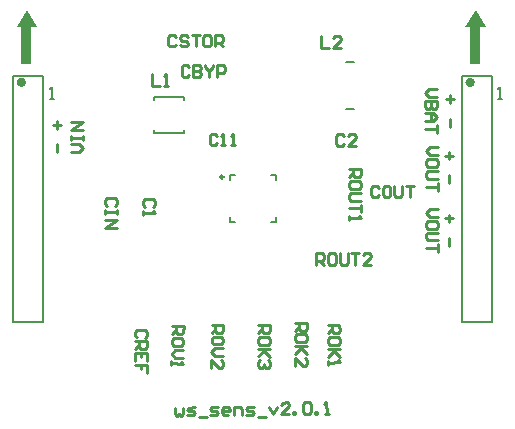
<source format=gto>
G04 Layer_Color=15132400*
%FSAX44Y44*%
%MOMM*%
G71*
G01*
G75*
%ADD24C,0.2540*%
%ADD30C,0.3810*%
%ADD31C,0.2500*%
%ADD32C,0.2000*%
G36*
X00581640Y00844670D02*
X00576940Y00844670D01*
Y00813470D01*
X00568640D01*
Y00844670D01*
X00564440D01*
X00573615Y00859045D01*
X00581640Y00844670D01*
D02*
G37*
G36*
X00961740D02*
X00957040Y00844670D01*
Y00813470D01*
X00948740D01*
Y00844670D01*
X00944540D01*
X00953715Y00859045D01*
X00961740Y00844670D01*
D02*
G37*
D24*
X00679196Y00805271D02*
Y00795274D01*
X00685861D01*
X00689193D02*
X00692525D01*
X00690859D01*
Y00805271D01*
X00689193Y00803605D01*
X00673034Y00582059D02*
X00674709Y00583716D01*
X00674727Y00587048D01*
X00673071Y00588724D01*
X00666406Y00588761D01*
X00664731Y00587104D01*
X00664712Y00583772D01*
X00666369Y00582096D01*
X00664685Y00578773D02*
X00674681Y00578718D01*
X00674653Y00573720D01*
X00672978Y00572063D01*
X00669646Y00572081D01*
X00667989Y00573757D01*
X00668017Y00578755D01*
X00667998Y00575423D02*
X00664648Y00572109D01*
X00674589Y00562057D02*
X00674626Y00568721D01*
X00664629Y00568777D01*
X00664592Y00562112D01*
X00669627Y00568749D02*
X00669609Y00565417D01*
X00674533Y00552060D02*
X00674570Y00558725D01*
X00669572Y00558752D01*
X00669553Y00555420D01*
X00669572Y00558752D01*
X00664574Y00558780D01*
X00699405Y00836801D02*
X00697738Y00838467D01*
X00694406D01*
X00692740Y00836801D01*
Y00830136D01*
X00694406Y00828470D01*
X00697738D01*
X00699405Y00830136D01*
X00709401Y00836801D02*
X00707735Y00838467D01*
X00704403D01*
X00702737Y00836801D01*
Y00835135D01*
X00704403Y00833468D01*
X00707735D01*
X00709401Y00831802D01*
Y00830136D01*
X00707735Y00828470D01*
X00704403D01*
X00702737Y00830136D01*
X00712734Y00838467D02*
X00719398D01*
X00716066D01*
Y00828470D01*
X00727729Y00838467D02*
X00724397D01*
X00722730Y00836801D01*
Y00830136D01*
X00724397Y00828470D01*
X00727729D01*
X00729395Y00830136D01*
Y00836801D01*
X00727729Y00838467D01*
X00732727Y00828470D02*
Y00838467D01*
X00737726D01*
X00739392Y00836801D01*
Y00833468D01*
X00737726Y00831802D01*
X00732727D01*
X00736059D02*
X00739392Y00828470D01*
X00710805Y00811201D02*
X00709138Y00812867D01*
X00705806D01*
X00704140Y00811201D01*
Y00804536D01*
X00705806Y00802870D01*
X00709138D01*
X00710805Y00804536D01*
X00714137Y00812867D02*
Y00802870D01*
X00719135D01*
X00720801Y00804536D01*
Y00806202D01*
X00719135Y00807868D01*
X00714137D01*
X00719135D01*
X00720801Y00809535D01*
Y00811201D01*
X00719135Y00812867D01*
X00714137D01*
X00724134D02*
Y00811201D01*
X00727466Y00807868D01*
X00730798Y00811201D01*
Y00812867D01*
X00727466Y00807868D02*
Y00802870D01*
X00734130D02*
Y00812867D01*
X00739129D01*
X00740795Y00811201D01*
Y00807868D01*
X00739129Y00806202D01*
X00734130D01*
X00647662Y00693321D02*
X00649305Y00695010D01*
X00649259Y00698342D01*
X00647570Y00699985D01*
X00640906Y00699893D01*
X00639263Y00698204D01*
X00639309Y00694872D01*
X00640998Y00693229D01*
X00649373Y00690012D02*
X00649419Y00686680D01*
X00649396Y00688346D01*
X00639400Y00688208D01*
X00639378Y00689874D01*
X00639423Y00686542D01*
X00639492Y00681544D02*
X00649488Y00681682D01*
X00639584Y00674880D01*
X00649580Y00675018D01*
X00680132Y00692557D02*
X00681807Y00694213D01*
X00681827Y00697545D01*
X00680171Y00699221D01*
X00673506Y00699260D01*
X00671830Y00697604D01*
X00671811Y00694272D01*
X00673467Y00692596D01*
X00671782Y00689273D02*
X00671762Y00685941D01*
X00671772Y00687607D01*
X00681768Y00687549D01*
X00680112Y00689225D01*
X00871070Y00709084D02*
X00869404Y00710750D01*
X00866072D01*
X00864406Y00709084D01*
Y00702420D01*
X00866072Y00700754D01*
X00869404D01*
X00871070Y00702420D01*
X00879401Y00710750D02*
X00876069D01*
X00874403Y00709084D01*
Y00702420D01*
X00876069Y00700754D01*
X00879401D01*
X00881067Y00702420D01*
Y00709084D01*
X00879401Y00710750D01*
X00884399D02*
Y00702420D01*
X00886066Y00700754D01*
X00889398D01*
X00891064Y00702420D01*
Y00710750D01*
X00894396D02*
X00901061D01*
X00897729D01*
Y00700754D01*
X00734504Y00753101D02*
X00732838Y00754767D01*
X00729506D01*
X00727840Y00753101D01*
Y00746436D01*
X00729506Y00744770D01*
X00732838D01*
X00734504Y00746436D01*
X00737837Y00744770D02*
X00741169D01*
X00739503D01*
Y00754767D01*
X00737837Y00753101D01*
X00746167Y00744770D02*
X00749500D01*
X00747834D01*
Y00754767D01*
X00746167Y00753101D01*
X00841505Y00752701D02*
X00839838Y00754367D01*
X00836506D01*
X00834840Y00752701D01*
Y00746036D01*
X00836506Y00744370D01*
X00839838D01*
X00841505Y00746036D01*
X00851501Y00744370D02*
X00844837D01*
X00851501Y00751034D01*
Y00752701D01*
X00849835Y00754367D01*
X00846503D01*
X00844837Y00752701D01*
X00822452Y00837021D02*
Y00827024D01*
X00829117D01*
X00839113D02*
X00832449D01*
X00839113Y00833689D01*
Y00835355D01*
X00837447Y00837021D01*
X00834115D01*
X00832449Y00835355D01*
X00827840Y00592470D02*
X00837836Y00592626D01*
X00837914Y00587628D01*
X00836274Y00585936D01*
X00832942Y00585884D01*
X00831250Y00587524D01*
X00831172Y00592522D01*
X00831224Y00589190D02*
X00827944Y00585806D01*
X00838070Y00577633D02*
X00838018Y00580965D01*
X00836326Y00582605D01*
X00829662Y00582500D01*
X00828022Y00580808D01*
X00828074Y00577477D01*
X00829766Y00575837D01*
X00836430Y00575941D01*
X00838070Y00577633D01*
X00838148Y00572635D02*
X00828152Y00572479D01*
X00831484Y00572531D01*
X00838252Y00565971D01*
X00833176Y00570891D01*
X00828256Y00565815D01*
X00828308Y00562483D02*
X00828361Y00559151D01*
X00828335Y00560817D01*
X00838330Y00560974D01*
X00836638Y00562613D01*
X00800240Y00594670D02*
X00810237Y00594658D01*
X00810231Y00589660D01*
X00808563Y00587995D01*
X00805230Y00587999D01*
X00803566Y00589668D01*
X00803572Y00594666D01*
X00803568Y00591334D02*
X00800232Y00588005D01*
X00810219Y00579663D02*
X00810223Y00582995D01*
X00808559Y00584663D01*
X00801894Y00584671D01*
X00800226Y00583007D01*
X00800222Y00579675D01*
X00801886Y00578007D01*
X00808551Y00577999D01*
X00810219Y00579663D01*
X00810213Y00574664D02*
X00800216Y00574677D01*
X00803548Y00574673D01*
X00810205Y00568000D01*
X00805212Y00573004D01*
X00800208Y00568012D01*
X00800196Y00558015D02*
X00800204Y00564680D01*
X00806860Y00558007D01*
X00808527Y00558005D01*
X00810195Y00559669D01*
X00810199Y00563002D01*
X00808534Y00564670D01*
X00769140Y00592670D02*
X00779137Y00592652D01*
X00779128Y00587654D01*
X00777459Y00585990D01*
X00774126Y00585997D01*
X00772463Y00587666D01*
X00772472Y00592664D01*
X00772466Y00589332D02*
X00769128Y00586006D01*
X00779110Y00577657D02*
X00779116Y00580989D01*
X00777453Y00582658D01*
X00770788Y00582670D01*
X00769119Y00581007D01*
X00769113Y00577675D01*
X00770776Y00576006D01*
X00777441Y00575994D01*
X00779110Y00577657D01*
X00779101Y00572659D02*
X00769104Y00572677D01*
X00772436Y00572671D01*
X00779089Y00565994D01*
X00774099Y00571001D01*
X00769092Y00566012D01*
X00777417Y00562665D02*
X00779080Y00560996D01*
X00779074Y00557663D01*
X00777405Y00556000D01*
X00775739Y00556003D01*
X00774075Y00557672D01*
X00774079Y00559338D01*
X00774075Y00557672D01*
X00772406Y00556009D01*
X00770740Y00556012D01*
X00769077Y00557681D01*
X00769083Y00561014D01*
X00770752Y00562677D01*
X00846240Y00724670D02*
X00856237Y00724654D01*
X00856229Y00719656D01*
X00854560Y00717992D01*
X00851228Y00717998D01*
X00849564Y00719666D01*
X00849572Y00724665D01*
X00849567Y00721332D02*
X00846230Y00718006D01*
X00856213Y00709659D02*
X00856219Y00712991D01*
X00854555Y00714660D01*
X00847890Y00714671D01*
X00846222Y00713007D01*
X00846217Y00709675D01*
X00847880Y00708006D01*
X00854545Y00707996D01*
X00856213Y00709659D01*
X00856206Y00704661D02*
X00847875Y00704674D01*
X00846206Y00703010D01*
X00846201Y00699678D01*
X00847865Y00698009D01*
X00856195Y00697996D01*
X00856190Y00694664D02*
X00856180Y00688000D01*
X00856185Y00691332D01*
X00846188Y00691348D01*
X00846178Y00684683D02*
X00846172Y00681351D01*
X00846175Y00683017D01*
X00856172Y00683001D01*
X00854508Y00684670D01*
X00818040Y00643470D02*
Y00653467D01*
X00823038D01*
X00824705Y00651801D01*
Y00648468D01*
X00823038Y00646802D01*
X00818040D01*
X00821372D02*
X00824705Y00643470D01*
X00833035Y00653467D02*
X00829703D01*
X00828037Y00651801D01*
Y00645136D01*
X00829703Y00643470D01*
X00833035D01*
X00834701Y00645136D01*
Y00651801D01*
X00833035Y00653467D01*
X00838034D02*
Y00645136D01*
X00839700Y00643470D01*
X00843032D01*
X00844698Y00645136D01*
Y00653467D01*
X00848030D02*
X00854695D01*
X00851363D01*
Y00643470D01*
X00864692D02*
X00858027D01*
X00864692Y00650135D01*
Y00651801D01*
X00863026Y00653467D01*
X00859693D01*
X00858027Y00651801D01*
X00695840Y00591770D02*
X00705836Y00591692D01*
X00705797Y00586694D01*
X00704118Y00585041D01*
X00700786Y00585067D01*
X00699133Y00586746D01*
X00699172Y00591744D01*
X00699146Y00588412D02*
X00695788Y00585106D01*
X00705719Y00576697D02*
X00705745Y00580029D01*
X00704092Y00581708D01*
X00697428Y00581760D01*
X00695749Y00580107D01*
X00695723Y00576775D01*
X00697376Y00575096D01*
X00704040Y00575044D01*
X00705719Y00576697D01*
X00705680Y00571699D02*
X00699016Y00571751D01*
X00695658Y00568445D01*
X00698964Y00565087D01*
X00705628Y00565035D01*
X00695605Y00561781D02*
X00695580Y00558448D01*
X00695592Y00560115D01*
X00705589Y00560036D01*
X00703936Y00561715D01*
X00729540Y00592870D02*
X00739537Y00592858D01*
X00739531Y00587860D01*
X00737863Y00586196D01*
X00734530Y00586200D01*
X00732866Y00587868D01*
X00732872Y00592866D01*
X00732868Y00589534D02*
X00729532Y00586205D01*
X00739519Y00577863D02*
X00739523Y00581195D01*
X00737859Y00582863D01*
X00731194Y00582871D01*
X00729526Y00581207D01*
X00729522Y00577875D01*
X00731186Y00576207D01*
X00737851Y00576199D01*
X00739519Y00577863D01*
X00739513Y00572865D02*
X00732849Y00572873D01*
X00729512Y00569544D01*
X00732841Y00566208D01*
X00739505Y00566200D01*
X00729497Y00556215D02*
X00729504Y00562880D01*
X00736161Y00556207D01*
X00737827Y00556205D01*
X00739495Y00557869D01*
X00739499Y00561202D01*
X00737835Y00562870D01*
X00921337Y00690970D02*
X00914672D01*
X00911340Y00687638D01*
X00914672Y00684305D01*
X00921337D01*
Y00675975D02*
Y00679307D01*
X00919671Y00680973D01*
X00913006D01*
X00911340Y00679307D01*
Y00675975D01*
X00913006Y00674309D01*
X00919671D01*
X00921337Y00675975D01*
Y00670976D02*
X00913006D01*
X00911340Y00669310D01*
Y00665978D01*
X00913006Y00664312D01*
X00921337D01*
Y00660980D02*
Y00654315D01*
Y00657647D01*
X00911340D01*
X00930338Y00686184D02*
X00930357Y00679520D01*
X00933680Y00682861D02*
X00927015Y00682842D01*
X00930394Y00666190D02*
X00930413Y00659526D01*
X00698563Y00522634D02*
X00698621Y00517636D01*
X00700306Y00515989D01*
X00701953Y00517675D01*
X00703638Y00516028D01*
X00705285Y00517713D01*
X00705227Y00522711D01*
X00708636Y00516086D02*
X00713634Y00516144D01*
X00715281Y00517829D01*
X00713596Y00519476D01*
X00710264Y00519437D01*
X00708578Y00521084D01*
X00710225Y00522769D01*
X00715223Y00522827D01*
X00718652Y00514536D02*
X00725316Y00514613D01*
X00728628Y00516317D02*
X00733626Y00516376D01*
X00735273Y00518061D01*
X00733588Y00519707D01*
X00730256Y00519669D01*
X00728570Y00521316D01*
X00730217Y00523001D01*
X00735215Y00523059D01*
X00743623Y00516491D02*
X00740291Y00516453D01*
X00738605Y00518099D01*
X00738567Y00521431D01*
X00740213Y00523117D01*
X00743545Y00523155D01*
X00745231Y00521509D01*
X00745250Y00519843D01*
X00738586Y00519765D01*
X00748621Y00516549D02*
X00748543Y00523213D01*
X00753541Y00523271D01*
X00755227Y00521624D01*
X00755285Y00516627D01*
X00758617Y00516665D02*
X00763615Y00516723D01*
X00765261Y00518408D01*
X00763576Y00520055D01*
X00760244Y00520016D01*
X00758559Y00521663D01*
X00760205Y00523349D01*
X00765203Y00523406D01*
X00768632Y00515115D02*
X00775296Y00515192D01*
X00778532Y00523561D02*
X00781941Y00516935D01*
X00785196Y00523638D01*
X00795269Y00517090D02*
X00788605Y00517013D01*
X00795192Y00523754D01*
X00795173Y00525420D01*
X00793487Y00527067D01*
X00790155Y00527028D01*
X00788508Y00525343D01*
X00798601Y00517128D02*
X00798582Y00518795D01*
X00800248Y00518814D01*
X00800267Y00517148D01*
X00798601Y00517128D01*
X00806835Y00525555D02*
X00808481Y00527240D01*
X00811813Y00527279D01*
X00813499Y00525632D01*
X00813576Y00518968D01*
X00811929Y00517283D01*
X00808597Y00517244D01*
X00806912Y00518891D01*
X00806835Y00525555D01*
X00816927Y00517341D02*
X00816908Y00519007D01*
X00818574Y00519026D01*
X00818593Y00517360D01*
X00816927Y00517341D01*
X00825257Y00517437D02*
X00828589Y00517476D01*
X00826923Y00517457D01*
X00826807Y00527453D01*
X00825161Y00525768D01*
X00930738Y00739484D02*
X00930757Y00732820D01*
X00934080Y00736161D02*
X00927415Y00736142D01*
X00930794Y00719491D02*
X00930813Y00712826D01*
X00931338Y00787284D02*
X00931357Y00780620D01*
X00934680Y00783961D02*
X00928015Y00783942D01*
X00931394Y00767290D02*
X00931413Y00760626D01*
X00598838Y00765684D02*
X00598857Y00759019D01*
X00602180Y00762361D02*
X00595515Y00762342D01*
X00598894Y00745691D02*
X00598913Y00739026D01*
X00920337Y00792070D02*
X00913672D01*
X00910340Y00788738D01*
X00913672Y00785406D01*
X00920337D01*
Y00782073D02*
X00910340D01*
Y00777075D01*
X00912006Y00775409D01*
X00913672D01*
X00915338Y00777075D01*
Y00782073D01*
Y00777075D01*
X00917004Y00775409D01*
X00918671D01*
X00920337Y00777075D01*
Y00782073D01*
X00910340Y00772076D02*
X00917004D01*
X00920337Y00768744D01*
X00917004Y00765412D01*
X00910340D01*
X00915338D01*
Y00772076D01*
X00920337Y00762080D02*
Y00755415D01*
Y00758747D01*
X00910340D01*
X00610343Y00739170D02*
X00617008D01*
X00620340Y00742502D01*
X00617008Y00745835D01*
X00610343D01*
Y00749167D02*
Y00752499D01*
Y00750833D01*
X00620340D01*
Y00749167D01*
Y00752499D01*
Y00757497D02*
X00610343D01*
X00620340Y00764162D01*
X00610343D01*
X00920937Y00743170D02*
X00914272D01*
X00910940Y00739838D01*
X00914272Y00736506D01*
X00920937D01*
Y00728175D02*
Y00731507D01*
X00919271Y00733173D01*
X00912606D01*
X00910940Y00731507D01*
Y00728175D01*
X00912606Y00726509D01*
X00919271D01*
X00920937Y00728175D01*
Y00723176D02*
X00912606D01*
X00910940Y00721510D01*
Y00718178D01*
X00912606Y00716512D01*
X00920937D01*
Y00713180D02*
Y00706515D01*
Y00709847D01*
X00910940D01*
D30*
X00950445Y00798070D02*
G03*
X00950445Y00798070I-00001905J00000000D01*
G01*
X00570445D02*
G03*
X00570445Y00798070I-00001905J00000000D01*
G01*
D31*
X00739540Y00718020D02*
G03*
X00739540Y00718020I-00001250J00000000D01*
G01*
D32*
X00941840Y00595630D02*
X00967240D01*
X00941840D02*
Y00803910D01*
X00967240Y00595630D02*
Y00803910D01*
X00941840D02*
X00967240D01*
X00561840Y00595630D02*
X00587240D01*
X00561840D02*
Y00803910D01*
X00587240Y00595630D02*
Y00803910D01*
X00561840D02*
X00587240D01*
X00680720Y00755650D02*
Y00758190D01*
Y00755650D02*
X00706120D01*
Y00758190D01*
X00680720Y00783590D02*
Y00786130D01*
X00706120D01*
Y00783590D02*
Y00786130D01*
X00779940Y00719520D02*
X00784290D01*
Y00715170D02*
Y00719520D01*
X00779940Y00680020D02*
X00784290D01*
Y00684370D01*
X00744790Y00680020D02*
X00749140D01*
X00744790D02*
Y00684370D01*
Y00719520D02*
X00749140D01*
X00744790Y00715170D02*
Y00719520D01*
X00843440Y00775370D02*
X00850440D01*
X00843440Y00815370D02*
X00850440D01*
X00971940Y00784370D02*
X00975272D01*
X00973606D01*
Y00794367D01*
X00971940Y00792701D01*
X00592940Y00784170D02*
X00596272D01*
X00594606D01*
Y00794167D01*
X00592940Y00792501D01*
M02*

</source>
